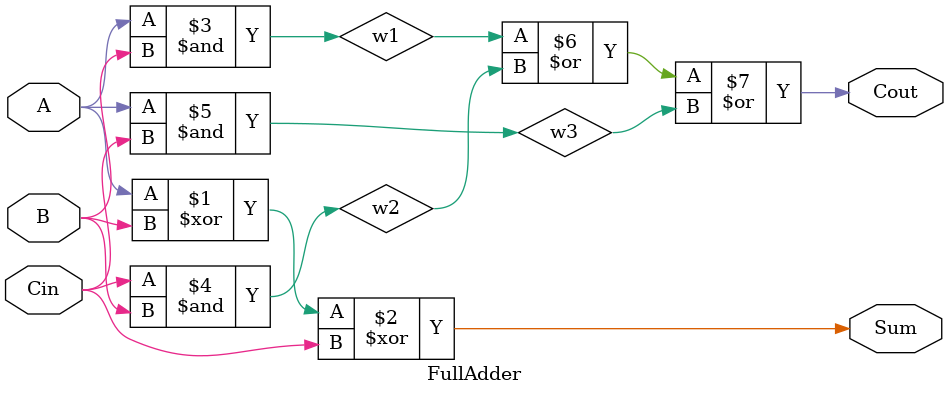
<source format=v>
module FullAdder (
    input A, B, Cin,
    output Cout, Sum
);
    wire w1, w2, w3;

    xor x1(Sum, A, B, Cin);
    
    and x2(w1, A, B);
    and x3(w2, Cin, B);
    and x4(w3, A, Cin);
    
    or x5(Cout, w1, w2, w3);
endmodule
</source>
